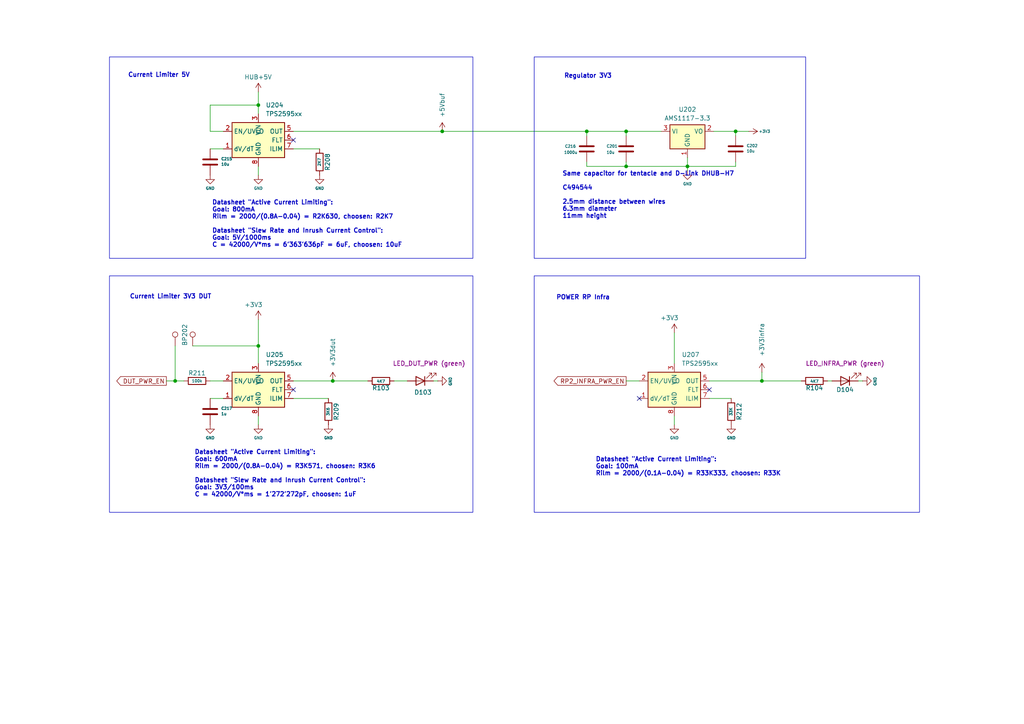
<source format=kicad_sch>
(kicad_sch (version 20250114) (generator "eeschema") (generator_version "9.0")
  (paper "A4")
  (lib_symbols
    (symbol "00_project_library:+3V3dut" (power) (pin_numbers (hide yes)) (pin_names (offset 0) (hide yes))
      (property "Value" "+3V3dut" (at 0 3.556 0))
      (symbol "+3V3dut_0_1"
        (polyline (pts (xy -0.762 1.27) (xy 0 2.54)))
        (polyline (pts (xy 0 2.54) (xy 0.762 1.27)))
        (polyline (pts (xy 0 0) (xy 0 2.54)))
      )
      (symbol "+3V3dut_1_1"
        (pin power_in line (at 0 0 90) (length 0) (name "~") (number "1"))
      )
    )
    (symbol "00_project_library:+3V3infra" (power) (pin_numbers (hide yes)) (pin_names (offset 0) (hide yes))
      (property "Value" "+3V3infra" (at 0 3.556 0))
      (symbol "+3V3infra_0_1"
        (polyline (pts (xy -0.762 1.27) (xy 0 2.54)))
        (polyline (pts (xy 0 2.54) (xy 0.762 1.27)))
        (polyline (pts (xy 0 0) (xy 0 2.54)))
      )
      (symbol "+3V3infra_1_1"
        (pin power_in line (at 0 0 90) (length 0) (name "~") (number "1"))
      )
    )
    (symbol "00_project_library:+5Vbuf" (power) (pin_numbers (hide yes)) (pin_names (offset 0) (hide yes))
      (property "Value" "+5Vbuf" (at 0 3.556 0))
      (symbol "+5Vbuf_0_1"
        (polyline (pts (xy -0.762 1.27) (xy 0 2.54)))
        (polyline (pts (xy 0 2.54) (xy 0.762 1.27)))
        (polyline (pts (xy 0 0) (xy 0 2.54)))
      )
      (symbol "+5Vbuf_1_1"
        (pin power_in line (at 0 0 90) (length 0) (name "~") (number "1"))
      )
    )
    (symbol "00_project_library:AMS1117-3.3"
      (property "Reference" "U" (at -3.81 3.175 0))
      (property "Value" "AMS1117-3.3" (at 0 3.175 0))
      (symbol "AMS1117-3.3_0_1"
        (rectangle (start -5.08 1.905) (end 5.08 -5.08) (stroke (width 0.254)) (fill (type background)))
      )
      (symbol "AMS1117-3.3_1_1"
        (pin power_in line (at -7.62 0 0) (length 2.54) (name "VI") (number "3"))
        (pin power_in line (at 0 -7.62 90) (length 2.54) (name "GND") (number "1"))
        (pin power_out line (at 7.62 0 180) (length 2.54) (name "VO") (number "2"))
      )
    )
    (symbol "00_project_library:C" (pin_numbers (hide yes)) (pin_names (offset 0.254))
      (property "Reference" "C" (at 0.635 2.54 0))
      (property "Value" "C" (at 0.635 -2.54 0))
      (symbol "C_0_1"
        (polyline (pts (xy -2.032 0.762) (xy 2.032 0.762)) (stroke (width 0.508)))
        (polyline (pts (xy -2.032 -0.762) (xy 2.032 -0.762)) (stroke (width 0.508)))
      )
      (symbol "C_1_1"
        (pin passive line (at 0 3.81 270) (length 2.794) (name "~") (number "1"))
        (pin passive line (at 0 -3.81 90) (length 2.794) (name "~") (number "2"))
      )
    )
    (symbol "00_project_library:HUB+5V" (power) (pin_numbers (hide yes)) (pin_names (offset 0) (hide yes))
      (property "Value" "HUB+5V" (at 0 3.556 0))
      (symbol "HUB+5V_0_1"
        (polyline (pts (xy -0.762 1.27) (xy 0 2.54)))
        (polyline (pts (xy 0 2.54) (xy 0.762 1.27)))
        (polyline (pts (xy 0 0) (xy 0 2.54)))
      )
      (symbol "HUB+5V_1_1"
        (pin power_in line (at 0 0 90) (length 0) (name "~") (number "1"))
      )
    )
    (symbol "00_project_library:LED GREEN" (pin_numbers (hide yes)) (pin_names (offset 1.016) (hide yes))
      (property "Reference" "D" (at 0 2.54 0))
      (property "Value" "LED GREEN" (at 0 -2.54 0))
      (symbol "LED GREEN_0_1"
        (polyline (pts (xy -3.048 -0.762) (xy -4.572 -2.286) (xy -3.81 -2.286) (xy -4.572 -2.286) (xy -4.572 -1.524)))
        (polyline (pts (xy -1.778 -0.762) (xy -3.302 -2.286) (xy -2.54 -2.286) (xy -3.302 -2.286) (xy -3.302 -1.524)))
        (polyline (pts (xy -1.27 0) (xy 1.27 0)))
        (polyline (pts (xy -1.27 -1.27) (xy -1.27 1.27)) (stroke (width 0.254)))
        (polyline (pts (xy 1.27 -1.27) (xy 1.27 1.27) (xy -1.27 0) (xy 1.27 -1.27)) (stroke (width 0.254)))
      )
      (symbol "LED GREEN_1_1"
        (pin passive line (at -3.81 0 0) (length 2.54) (name "K") (number "1"))
        (pin passive line (at 3.81 0 180) (length 2.54) (name "A") (number "2"))
      )
    )
    (symbol "00_project_library:TPS2595xx"
      (property "Reference" "U" (at -6.35 6.35 0))
      (property "Value" "TPS2595xx" (at 6.35 6.35 0))
      (symbol "TPS2595xx_0_1"
        (rectangle (start -7.62 5.08) (end 7.62 -5.08) (stroke (width 0.254)) (fill (type background)))
      )
      (symbol "TPS2595xx_1_0"
        (pin power_in line (at 10.16 -7.62 180) (length 2.54) (hide yes) (name "GND") (number "9"))
      )
      (symbol "TPS2595xx_1_1"
        (pin input line (at -10.16 2.54 0) (length 2.54) (name "EN/UVLO") (number "2"))
        (pin input line (at -10.16 -2.54 0) (length 2.54) (name "dV/dT") (number "1"))
        (pin power_in line (at 0 7.62 270) (length 2.54) (name "VIN") (number "3"))
        (pin passive line (at 0 7.62 270) (length 2.54) (hide yes) (name "VIN") (number "4"))
        (pin power_in line (at 0 -7.62 90) (length 2.54) (name "GND") (number "8"))
        (pin power_out line (at 10.16 2.54 180) (length 2.54) (name "OUT") (number "5"))
        (pin output line (at 10.16 0 180) (length 2.54) (name "FLT") (number "6"))
        (pin output line (at 10.16 -2.54 180) (length 2.54) (name "ILIM") (number "7"))
      )
    )
    (symbol "00_project_library:octoprobe_breakout_BP" (pin_numbers (hide yes)) (pin_names (offset 0.762) (hide yes))
      (property "Reference" "BP" (at 0 6.858 0))
      (property "Value" "octoprobe_prototype_board" (at 0 5.08 0))
      (symbol "octoprobe_breakout_BP_0_1"
        (circle (center 0 3.302) (radius 0.762))
      )
      (symbol "octoprobe_breakout_BP_1_1"
        (pin passive line (at 0 0 90) (length 2.54) (name "1") (number "1"))
      )
    )
    (symbol "Device:R" (pin_numbers (hide yes)) (pin_names (offset 0))
      (property "Reference" "R" (at 2.032 0 90))
      (property "Value" "R" (at 0 0 90))
      (symbol "R_0_1"
        (rectangle (start -1.016 -2.54) (end 1.016 2.54) (stroke (width 0.254)))
      )
      (symbol "R_1_1"
        (pin passive line (at 0 3.81 270) (length 1.27) (name "~") (number "1"))
        (pin passive line (at 0 -3.81 90) (length 1.27) (name "~") (number "2"))
      )
    )
    (symbol "power:+3V3" (power) (pin_numbers (hide yes)) (pin_names (offset 0) (hide yes))
      (property "Value" "+3V3" (at 0 3.556 0))
      (symbol "+3V3_0_1"
        (polyline (pts (xy -0.762 1.27) (xy 0 2.54)))
        (polyline (pts (xy 0 2.54) (xy 0.762 1.27)))
        (polyline (pts (xy 0 0) (xy 0 2.54)))
      )
      (symbol "+3V3_1_1"
        (pin power_in line (at 0 0 90) (length 0) (name "~") (number "1"))
      )
    )
    (symbol "power:+5V" (power) (pin_numbers (hide yes)) (pin_names (offset 0) (hide yes))
      (property "Value" "+5V" (at 0 3.556 0))
      (symbol "+5V_0_1"
        (polyline (pts (xy -0.762 1.27) (xy 0 2.54)))
        (polyline (pts (xy 0 2.54) (xy 0.762 1.27)))
        (polyline (pts (xy 0 0) (xy 0 2.54)))
      )
      (symbol "+5V_1_1"
        (pin power_in line (at 0 0 90) (length 0) (name "~") (number "1"))
      )
    )
    (symbol "power:GND" (power) (pin_numbers (hide yes)) (pin_names (offset 0) (hide yes))
      (property "Value" "GND" (at 0 -3.81 0))
      (symbol "GND_0_1"
        (polyline (pts (xy 0 0) (xy 0 -1.27) (xy 1.27 -1.27) (xy 0 -2.54) (xy -1.27 -1.27) (xy 0 -1.27)))
      )
      (symbol "GND_1_1"
        (pin power_in line (at 0 0 270) (length 0) (name "~") (number "1"))
      )
    )
  )
  (rectangle (start 31.75 16.51) (end 137.16 74.93))
  (rectangle (start 154.94 80.01) (end 266.7 148.59))
  (rectangle (start 154.94 16.51) (end 233.68 74.93))
  (rectangle (start 31.75 80.01) (end 137.16 148.59))
  (text "Current Limiter 3V3 DUT" (at 37.592 86.868 0) (effects (font (size 1.27 1.27) (thickness 0.254) (bold yes)) (justify left bottom)))
  (text "Datasheet \"Active Current Limiting\":\nGoal: 600mA\nRilm = 2000/(0.8A-0.04) = R3K571, choosen: R3K6\n\nDatasheet \"Slew Rate and Inrush Current Control\":\nGoal: 3V3/100ms\nC = 42000/V*ms = 1'272'272pF, choosen: 1uF" (at 56.388 144.272 0) (effects (font (size 1.27 1.27) (thickness 0.254) (bold yes)) (justify left bottom)))
  (text "Datasheet \"Active Current Limiting\":\nGoal: 800mA\nRilm = 2000/(0.8A-0.04) = R2K630, choosen: R2K7\n\nDatasheet \"Slew Rate and Inrush Current Control\":\nGoal: 5V/1000ms\nC = 42000/V*ms = 6'363'636pF = 6uF, choosen: 10uF" (at 61.468 71.882 0) (effects (font (size 1.27 1.27) (thickness 0.254) (bold yes)) (justify left bottom)))
  (text "Regulator 3V3" (at 163.576 22.86 0) (effects (font (size 1.27 1.27) (thickness 0.254) (bold yes)) (justify left bottom)))
  (text "Current Limiter 5V" (at 37.084 22.606 0) (effects (font (size 1.27 1.27) (thickness 0.254) (bold yes)) (justify left bottom)))
  (text "Datasheet \"Active Current Limiting\":\nGoal: 100mA\nRilm = 2000/(0.1A-0.04) = R33K333, choosen: R33K" (at 172.72 138.176 0) (effects (font (size 1.27 1.27) (thickness 0.254) (bold yes)) (justify left bottom)))
  (text "POWER RP Infra" (at 161.29 87.122 0) (effects (font (size 1.27 1.27) (thickness 0.254) (bold yes)) (justify left bottom)))
  (text "Same capacitor for tentacle and D-Link DHUB-H7\n\nC494544\n\n2.5mm distance between wires\n6.3mm diameter\n11mm height" (at 163.068 63.5 0) (effects (font (size 1.27 1.27) (thickness 0.254) (bold yes)) (justify left bottom)))
  (junction (at 170.18 38.1))
  (junction (at 181.61 48.26))
  (junction (at 181.61 38.1))
  (junction (at 74.93 30.48))
  (junction (at 199.39 48.26))
  (junction (at 213.36 38.1))
  (junction (at 50.8 110.49))
  (junction (at 220.98 110.49))
  (junction (at 74.93 100.33))
  (junction (at 128.27 38.1))
  (junction (at 96.52 110.49))
  (no_connect (at 185.42 115.57))
  (no_connect (at 85.09 40.64))
  (no_connect (at 85.09 113.03))
  (no_connect (at 205.74 113.03))
  (wire (pts (xy 199.39 45.72) (xy 199.39 48.26)))
  (wire (pts (xy 181.61 38.1) (xy 181.61 39.37)))
  (wire (pts (xy 74.93 100.33) (xy 74.93 92.71)))
  (wire (pts (xy 96.52 110.49) (xy 106.68 110.49)))
  (wire (pts (xy 60.96 115.57) (xy 64.77 115.57)))
  (wire (pts (xy 127 110.49) (xy 125.73 110.49)))
  (wire (pts (xy 170.18 48.26) (xy 170.18 46.99)))
  (wire (pts (xy 181.61 48.26) (xy 199.39 48.26)))
  (wire (pts (xy 217.17 38.1) (xy 213.36 38.1)))
  (wire (pts (xy 74.93 50.8) (xy 74.93 48.26)))
  (wire (pts (xy 213.36 46.99) (xy 213.36 48.26)))
  (wire (pts (xy 60.96 38.1) (xy 60.96 30.48)))
  (wire (pts (xy 220.98 107.95) (xy 220.98 110.49)))
  (wire (pts (xy 205.74 110.49) (xy 220.98 110.49)))
  (wire (pts (xy 85.09 43.18) (xy 92.71 43.18)))
  (wire (pts (xy 74.93 26.67) (xy 74.93 30.48)))
  (wire (pts (xy 55.88 100.33) (xy 74.93 100.33)))
  (wire (pts (xy 170.18 38.1) (xy 181.61 38.1)))
  (wire (pts (xy 185.42 110.49) (xy 181.61 110.49)))
  (wire (pts (xy 181.61 38.1) (xy 191.77 38.1)))
  (wire (pts (xy 213.36 39.37) (xy 213.36 38.1)))
  (wire (pts (xy 74.93 123.19) (xy 74.93 120.65)))
  (wire (pts (xy 181.61 46.99) (xy 181.61 48.26)))
  (wire (pts (xy 128.27 38.1) (xy 170.18 38.1)))
  (wire (pts (xy 85.09 115.57) (xy 95.25 115.57)))
  (wire (pts (xy 220.98 110.49) (xy 232.41 110.49)))
  (wire (pts (xy 248.92 110.49) (xy 250.19 110.49)))
  (wire (pts (xy 74.93 100.33) (xy 74.93 105.41)))
  (wire (pts (xy 170.18 39.37) (xy 170.18 38.1)))
  (wire (pts (xy 195.58 96.52) (xy 195.58 105.41)))
  (wire (pts (xy 60.96 30.48) (xy 74.93 30.48)))
  (wire (pts (xy 199.39 48.26) (xy 213.36 48.26)))
  (wire (pts (xy 195.58 123.19) (xy 195.58 120.65)))
  (wire (pts (xy 60.96 43.18) (xy 64.77 43.18)))
  (wire (pts (xy 50.8 100.33) (xy 50.8 110.49)))
  (wire (pts (xy 240.03 110.49) (xy 241.3 110.49)))
  (wire (pts (xy 85.09 110.49) (xy 96.52 110.49)))
  (wire (pts (xy 60.96 110.49) (xy 64.77 110.49)))
  (wire (pts (xy 53.34 110.49) (xy 50.8 110.49)))
  (wire (pts (xy 212.09 115.57) (xy 205.74 115.57)))
  (wire (pts (xy 50.8 110.49) (xy 48.26 110.49)))
  (wire (pts (xy 213.36 38.1) (xy 207.01 38.1)))
  (wire (pts (xy 60.96 38.1) (xy 64.77 38.1)))
  (wire (pts (xy 170.18 48.26) (xy 181.61 48.26)))
  (wire (pts (xy 74.93 30.48) (xy 74.93 33.02)))
  (wire (pts (xy 199.39 48.26) (xy 199.39 49.53)))
  (wire (pts (xy 114.3 110.49) (xy 118.11 110.49)))
  (wire (pts (xy 85.09 38.1) (xy 128.27 38.1)))
  (global_label "RP2_INFRA_PWR_EN" (shape output) (at 181.61 110.49 180) (property "Intersheetrefs" "${INTERSHEET_REFS}" (effects (hide yes))))
  (global_label "DUT_PWR_EN" (shape output) (at 48.26 110.49 180) (property "Intersheetrefs" "${INTERSHEET_REFS}" (effects (hide yes))))
  (symbol (lib_id "00_project_library:+5Vbuf") (at 128.27 38.1 0) (unit 1)
    (property "Reference" "#PWR0224" (effects (hide yes)))
    (property "Value" "+5Vbuf" (at 128.27 34.036 90) (effects (justify left)))
    (property "Description" "Power symbol creates a global label with name \"+5V\"" (effects (hide yes)))
  )
  (symbol (lib_id "Device:R") (at 95.25 119.38 180) (unit 1)
    (property "Reference" "R209" (at 97.536 119.38 90))
    (property "Value" "3K6" (at 95.1484 119.38 90) (effects (font (size 0.8 0.8))))
    (property "Footprint" "Resistor_SMD:R_0402_1005Metric" (effects (hide yes)))
  )
  (symbol (lib_id "00_project_library:+3V3dut") (at 96.52 110.49 0) (unit 1)
    (property "Reference" "#PWR0227" (effects (hide yes)))
    (property "Value" "+3V3dut" (at 96.52 106.426 90) (effects (justify left)))
    (property "Description" "Power symbol creates a global label with name \"+3V3dut\"" (effects (hide yes)))
  )
  (symbol (lib_id "00_project_library:TPS2595xx") (at 74.93 113.03 0) (unit 1)
    (property "Reference" "U205" (at 77.0733 102.87 0) (effects (justify left)))
    (property "Value" "TPS2595xx" (at 77.0733 105.41 0) (effects (justify left)))
    (property "Footprint" "Package_SON:WSON-8-1EP_2x2mm_P0.5mm_EP0.9x1.6mm" (effects (hide yes)))
    (property "Datasheet" "https://www.ti.com/lit/ds/symlink/tps2595.pdf" (effects (hide yes)))
    (property "Description" "5V/12V eFuse Protection Switch (VSON-10)" (effects (hide yes)))
    (property "JLC" "C2155775" (effects (hide yes)))
  )
  (symbol (lib_id "power:GND") (at 212.09 123.19 0) (unit 1)
    (property "Reference" "#PWR0236" (effects (hide yes)))
    (property "Value" "GND" (at 212.09 127 0) (effects (font (size 0.8 0.8))))
    (property "Description" "Power symbol creates a global label with name \"GND\" , ground" (effects (hide yes)))
  )
  (symbol (lib_id "00_project_library:C") (at 60.96 119.38 0) (unit 1)
    (property "Reference" "C217" (at 64.135 118.4656 0) (effects (font (size 0.8 0.8)) (justify left)))
    (property "Value" "1u" (at 64.135 120.015 0) (effects (font (size 0.8 0.8)) (justify left)))
    (property "Footprint" "Capacitor_SMD:C_0402_1005Metric" (effects (hide yes)))
    (property "JLC" "C52923" (effects (hide yes)))
  )
  (symbol (lib_id "00_project_library:LED GREEN") (at 121.92 110.49 180) (unit 1)
    (property "Reference" "D103" (at 122.682 113.792 0))
    (property "Value" "green" (effects (hide yes)))
    (property "Footprint" "LED_SMD:LED_0805_2012Metric" (effects (hide yes)))
    (property "JLC" "C2297" (effects (hide yes)))
    (property "Label" "LED_DUT_PWR (green)" (at 124.46 105.41 0))
  )
  (symbol (lib_id "power:+3V3") (at 217.17 38.1 270) (unit 1)
    (property "Reference" "#PWR0207" (effects (hide yes)))
    (property "Value" "+3V3" (at 221.742 38.1 90) (effects (font (size 0.8 0.8))))
    (property "Description" "Power symbol creates a global label with name \"+3V3\"" (effects (hide yes)))
  )
  (symbol (lib_id "00_project_library:C") (at 181.61 43.18 0) (unit 1)
    (property "Reference" "C201" (at 175.895 42.3926 0) (effects (font (size 0.8 0.8)) (justify left)))
    (property "Value" "10u" (at 175.895 44.196 0) (effects (font (size 0.8 0.8)) (justify left)))
    (property "Footprint" "Capacitor_SMD:C_0603_1608Metric" (effects (hide yes)))
    (property "JLC" "C19702" (effects (hide yes)))
    (property "JLC" "C19702" (effects (hide yes)))
  )
  (symbol (lib_id "Device:R") (at 92.71 46.99 180) (unit 1)
    (property "Reference" "R208" (at 94.996 46.99 90))
    (property "Value" "2K7" (at 92.6084 46.99 90) (effects (font (size 0.8 0.8))))
    (property "Footprint" "Resistor_SMD:R_0402_1005Metric" (effects (hide yes)))
  )
  (symbol (lib_id "Device:R") (at 110.49 110.49 270) (unit 1)
    (property "Reference" "R103" (at 110.49 112.522 90))
    (property "Value" "4K7" (at 110.49 110.5916 90) (effects (font (size 0.8 0.8))))
    (property "Footprint" "Resistor_SMD:R_0805_2012Metric" (effects (hide yes)))
  )
  (symbol (lib_id "00_project_library:TPS2595xx") (at 195.58 113.03 0) (unit 1)
    (property "Reference" "U207" (at 197.7233 102.87 0) (effects (justify left)))
    (property "Value" "TPS2595xx" (at 197.7233 105.41 0) (effects (justify left)))
    (property "Footprint" "Package_SON:WSON-8-1EP_2x2mm_P0.5mm_EP0.9x1.6mm" (effects (hide yes)))
    (property "Datasheet" "https://www.ti.com/lit/ds/symlink/tps2595.pdf" (effects (hide yes)))
    (property "Description" "5V/12V eFuse Protection Switch (VSON-10)" (effects (hide yes)))
    (property "JLC" "C2155775" (effects (hide yes)))
  )
  (symbol (lib_id "power:GND") (at 199.39 49.53 0) (unit 1)
    (property "Reference" "#PWR0205" (effects (hide yes)))
    (property "Value" "GND" (at 199.39 53.34 0) (effects (font (size 0.8 0.8))))
    (property "Description" "Power symbol creates a global label with name \"GND\" , ground" (effects (hide yes)))
  )
  (symbol (lib_id "power:+5V") (at 195.58 96.52 0) (unit 1)
    (property "Reference" "#PWR0229" (effects (hide yes)))
    (property "Value" "+3V3" (at 191.516 92.202 0) (effects (justify left)))
    (property "Description" "Power symbol creates a global label with name \"+5V\"" (effects (hide yes)))
  )
  (symbol (lib_id "power:GND") (at 127 110.49 90) (unit 1)
    (property "Reference" "#PWR0105" (effects (hide yes)))
    (property "Value" "GND" (at 130.6322 110.617 0) (effects (font (size 0.8 0.8))))
    (property "Description" "Power symbol creates a global label with name \"GND\" , ground" (effects (hide yes)))
  )
  (symbol (lib_id "power:GND") (at 95.25 123.19 0) (unit 1)
    (property "Reference" "#PWR0232" (effects (hide yes)))
    (property "Value" "GND" (at 95.25 127 0) (effects (font (size 0.8 0.8))))
    (property "Description" "Power symbol creates a global label with name \"GND\" , ground" (effects (hide yes)))
  )
  (symbol (lib_id "00_project_library:C") (at 60.96 46.99 0) (unit 1)
    (property "Reference" "C215" (at 64.135 46.0756 0) (effects (font (size 0.8 0.8)) (justify left)))
    (property "Value" "10u" (at 64.135 47.625 0) (effects (font (size 0.8 0.8)) (justify left)))
    (property "Footprint" "Capacitor_SMD:C_0603_1608Metric" (effects (hide yes)))
    (property "JLC" "C19702" (effects (hide yes)))
    (property "JLC" "C19702" (effects (hide yes)))
  )
  (symbol (lib_id "power:GND") (at 195.58 123.19 0) (unit 1)
    (property "Reference" "#PWR0235" (effects (hide yes)))
    (property "Value" "GND" (at 195.58 127 0) (effects (font (size 0.8 0.8))))
    (property "Description" "Power symbol creates a global label with name \"GND\" , ground" (effects (hide yes)))
  )
  (symbol (lib_id "00_project_library:+3V3infra") (at 220.98 107.95 0) (unit 1)
    (property "Reference" "#PWR0233" (effects (hide yes)))
    (property "Value" "+3V3infra" (at 220.98 103.378 90) (effects (justify left)))
    (property "Description" "Power symbol creates a global label with name \"+3V3infra\"" (effects (hide yes)))
  )
  (symbol (lib_id "power:GND") (at 74.93 50.8 0) (unit 1)
    (property "Reference" "#PWR0215" (effects (hide yes)))
    (property "Value" "GND" (at 74.93 54.61 0) (effects (font (size 0.8 0.8))))
    (property "Description" "Power symbol creates a global label with name \"GND\" , ground" (effects (hide yes)))
  )
  (symbol (lib_id "power:GND") (at 74.93 123.19 0) (unit 1)
    (property "Reference" "#PWR0225" (effects (hide yes)))
    (property "Value" "GND" (at 74.93 127 0) (effects (font (size 0.8 0.8))))
    (property "Description" "Power symbol creates a global label with name \"GND\" , ground" (effects (hide yes)))
  )
  (symbol (lib_id "Device:R") (at 57.15 110.49 270) (unit 1)
    (property "Reference" "R211" (at 57.15 108.204 90))
    (property "Value" "100k" (at 57.15 110.49 90) (effects (font (size 0.8 0.8))))
    (property "Footprint" "Resistor_SMD:R_0402_1005Metric" (effects (hide yes)))
  )
  (symbol (lib_id "00_project_library:octoprobe_breakout_BP") (at 50.8 100.33 0) (unit 1) (in_bom no)
    (property "Reference" "BP201" (effects (hide yes)))
    (property "Value" "octoprobe_prototype_board" (effects (hide yes)))
    (property "Footprint" "00_project_library:octoprobe_breakout_PB" (effects (hide yes)))
    (property "Datasheet" "https://www.roth-elektronik.com/de/produkte/detail/artnr/RE233-LF/category/Laborkarten+Dual+Inline" (effects (hide yes)))
    (property "Description" "Octoprobe Prototype Board" (effects (hide yes)))
  )
  (symbol (lib_id "power:+5V") (at 74.93 92.71 0) (unit 1)
    (property "Reference" "#PWR0202" (effects (hide yes)))
    (property "Value" "+3V3" (at 70.866 88.392 0) (effects (justify left)))
    (property "Description" "Power symbol creates a global label with name \"+5V\"" (effects (hide yes)))
  )
  (symbol (lib_id "power:GND") (at 92.71 50.8 0) (unit 1)
    (property "Reference" "#PWR0217" (effects (hide yes)))
    (property "Value" "GND" (at 92.71 54.61 0) (effects (font (size 0.8 0.8))))
    (property "Description" "Power symbol creates a global label with name \"GND\" , ground" (effects (hide yes)))
  )
  (symbol (lib_id "00_project_library:AMS1117-3.3") (at 199.39 38.1 0) (unit 1)
    (property "Reference" "U202" (at 199.39 31.75 0))
    (property "Value" "AMS1117-3.3" (at 199.39 34.29 0))
    (property "Footprint" "00_project_library:SOT-223-3_TabPin2" (effects (hide yes)))
    (property "Datasheet" "http://www.advanced-monolithic.com/pdf/ds1117.pdf" (effects (hide yes)))
    (property "JLC" "C6186" (effects (hide yes)))
  )
  (symbol (lib_id "00_project_library:TPS2595xx") (at 74.93 40.64 0) (unit 1)
    (property "Reference" "U204" (at 77.0733 30.48 0) (effects (justify left)))
    (property "Value" "TPS2595xx" (at 77.0733 33.02 0) (effects (justify left)))
    (property "Footprint" "Package_SON:WSON-8-1EP_2x2mm_P0.5mm_EP0.9x1.6mm" (effects (hide yes)))
    (property "Datasheet" "https://www.ti.com/lit/ds/symlink/tps2595.pdf" (effects (hide yes)))
    (property "Description" "5V/12V eFuse Protection Switch (VSON-10)" (effects (hide yes)))
    (property "JLC" "C2155775" (effects (hide yes)))
  )
  (symbol (lib_id "00_project_library:octoprobe_breakout_BP") (at 55.88 100.33 0) (unit 1) (in_bom no)
    (property "Reference" "BP202" (at 53.594 100.33 90) (effects (justify left)))
    (property "Value" "octoprobe_prototype_board" (effects (hide yes)))
    (property "Footprint" "00_project_library:octoprobe_breakout_PB" (effects (hide yes)))
    (property "Datasheet" "https://www.roth-elektronik.com/de/produkte/detail/artnr/RE233-LF/category/Laborkarten+Dual+Inline" (effects (hide yes)))
    (property "Description" "Octoprobe Prototype Board" (effects (hide yes)))
  )
  (symbol (lib_id "00_project_library:LED GREEN") (at 245.11 110.49 180) (unit 1)
    (property "Reference" "D104" (at 245.11 113.03 0))
    (property "Value" "green" (effects (hide yes)))
    (property "Footprint" "LED_SMD:LED_0805_2012Metric" (effects (hide yes)))
    (property "JLC" "C2297" (effects (hide yes)))
    (property "Label" "LED_INFRA_PWR (green)" (at 245.11 105.41 0))
  )
  (symbol (lib_id "Device:R") (at 236.22 110.49 270) (unit 1)
    (property "Reference" "R104" (at 236.22 112.522 90))
    (property "Value" "4K7" (at 236.22 110.5916 90) (effects (font (size 0.8 0.8))))
    (property "Footprint" "Resistor_SMD:R_0805_2012Metric" (effects (hide yes)))
  )
  (symbol (lib_id "00_project_library:C") (at 213.36 43.18 0) (unit 1)
    (property "Reference" "C202" (at 216.535 42.2656 0) (effects (font (size 0.8 0.8)) (justify left)))
    (property "Value" "10u" (at 216.535 43.815 0) (effects (font (size 0.8 0.8)) (justify left)))
    (property "Footprint" "Capacitor_SMD:C_0603_1608Metric" (effects (hide yes)))
    (property "JLC" "C19702" (effects (hide yes)))
    (property "JLC" "C19702" (effects (hide yes)))
  )
  (symbol (lib_id "Device:R") (at 212.09 119.38 180) (unit 1)
    (property "Reference" "R212" (at 214.376 119.38 90))
    (property "Value" "33K" (at 211.9884 119.38 90) (effects (font (size 0.8 0.8))))
    (property "Footprint" "Resistor_SMD:R_0402_1005Metric" (effects (hide yes)))
  )
  (symbol (lib_id "00_project_library:HUB+5V") (at 74.93 26.67 0) (unit 1)
    (property "Reference" "#PWR0214" (effects (hide yes)))
    (property "Value" "HUB+5V" (at 70.866 22.352 0) (effects (justify left)))
    (property "Description" "Power symbol creates a global label with name \"+5V\"" (effects (hide yes)))
  )
  (symbol (lib_id "power:GND") (at 250.19 110.49 90) (unit 1)
    (property "Reference" "#PWR0106" (effects (hide yes)))
    (property "Value" "GND" (at 253.8222 110.617 0) (effects (font (size 0.8 0.8))))
    (property "Description" "Power symbol creates a global label with name \"GND\" , ground" (effects (hide yes)))
  )
  (symbol (lib_id "power:GND") (at 60.96 123.19 0) (unit 1)
    (property "Reference" "#PWR0226" (effects (hide yes)))
    (property "Value" "GND" (at 60.96 127 0) (effects (font (size 0.8 0.8))))
    (property "Description" "Power symbol creates a global label with name \"GND\" , ground" (effects (hide yes)))
  )
  (symbol (lib_id "00_project_library:C") (at 170.18 43.18 0) (unit 1) (in_bom no)
    (property "Reference" "C216" (at 163.83 42.418 0) (effects (font (size 0.8 0.8)) (justify left)))
    (property "Value" "1000u" (at 163.576 44.196 0) (effects (font (size 0.8 0.8)) (justify left)))
    (property "Footprint" "Capacitor_THT:CP_Radial_D8.0mm_P2.50mm" (effects (hide yes)))
    (property "JLC" "C494544" (effects (hide yes)))
  )
  (symbol (lib_id "power:GND") (at 60.96 50.8 0) (unit 1)
    (property "Reference" "#PWR0219" (effects (hide yes)))
    (property "Value" "GND" (at 60.96 54.61 0) (effects (font (size 0.8 0.8))))
    (property "Description" "Power symbol creates a global label with name \"GND\" , ground" (effects (hide yes)))
  )
)
</source>
